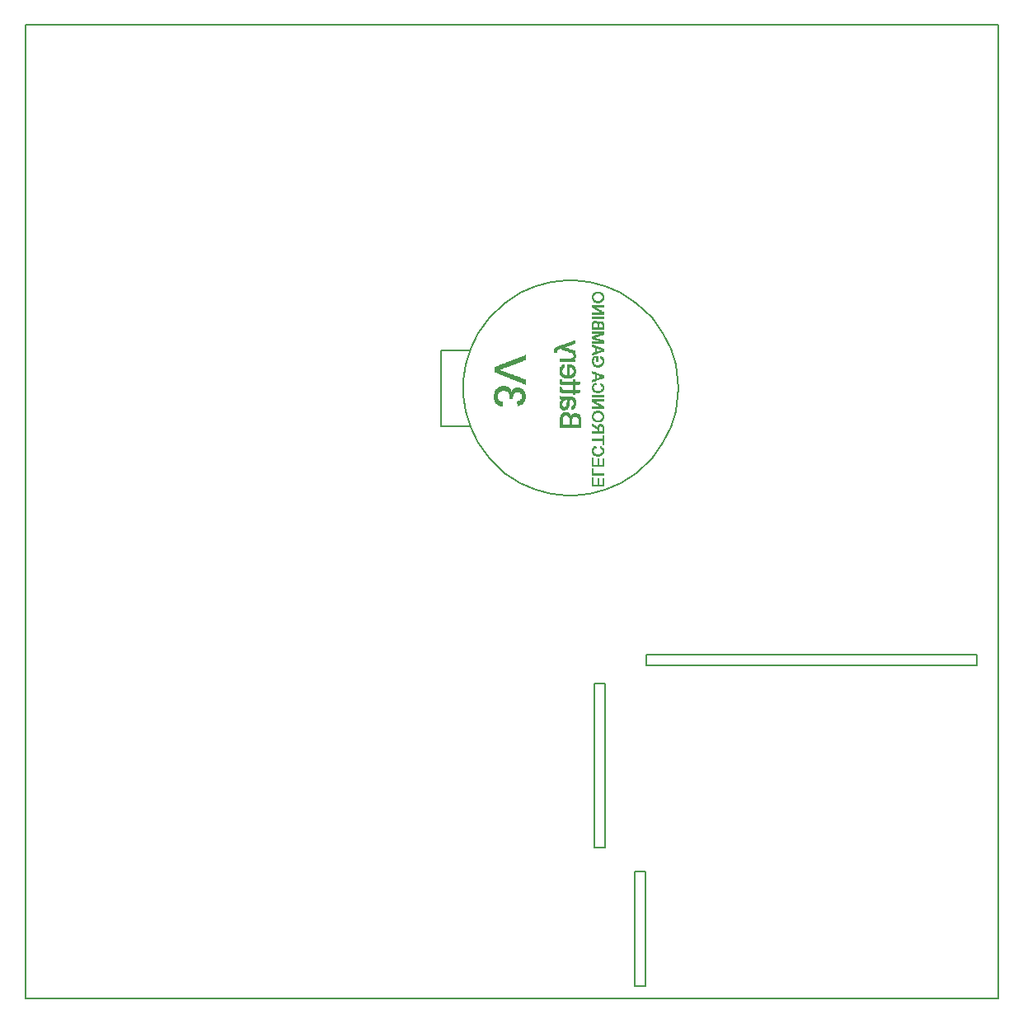
<source format=gbr>
G04 PROTEUS GERBER X2 FILE*
%TF.GenerationSoftware,Labcenter,Proteus,8.13-SP0-Build31525*%
%TF.CreationDate,2023-08-07T13:40:14+00:00*%
%TF.FileFunction,Legend,Bot*%
%TF.FilePolarity,Positive*%
%TF.Part,Single*%
%TF.SameCoordinates,{8d507f11-5f74-4f73-9321-756942b8957b}*%
%FSLAX45Y45*%
%MOMM*%
G01*
%TA.AperFunction,Profile*%
%ADD58C,0.203200*%
%TA.AperFunction,Material*%
%ADD61C,0.203200*%
%ADD60C,0.063500*%
%TD.AperFunction*%
D58*
X-4990000Y-4640000D02*
X+5000000Y-4640000D01*
X+5000000Y+5360000D01*
X-4990000Y+5360000D01*
X-4990000Y-4640000D01*
D61*
X+1715000Y+1630000D02*
X+1712070Y+1710420D01*
X+1688340Y+1871262D01*
X+1639241Y+2032104D01*
X+1560851Y+2192946D01*
X+1444959Y+2353788D01*
X+1288076Y+2502490D01*
X+1127234Y+2606470D01*
X+966392Y+2675949D01*
X+805550Y+2717559D01*
X+644708Y+2734455D01*
X+610000Y+2735000D01*
X-495000Y+1630000D02*
X-492070Y+1710420D01*
X-468340Y+1871262D01*
X-419241Y+2032104D01*
X-340851Y+2192946D01*
X-224959Y+2353788D01*
X-68076Y+2502490D01*
X+92766Y+2606470D01*
X+253608Y+2675949D01*
X+414450Y+2717559D01*
X+575292Y+2734455D01*
X+610000Y+2735000D01*
X-495000Y+1630000D02*
X-492070Y+1549580D01*
X-468340Y+1388738D01*
X-419241Y+1227896D01*
X-340851Y+1067054D01*
X-224959Y+906212D01*
X-68076Y+757510D01*
X+92766Y+653530D01*
X+253608Y+584051D01*
X+414450Y+542441D01*
X+575292Y+525545D01*
X+610000Y+525000D01*
X+1715000Y+1630000D02*
X+1712070Y+1549580D01*
X+1688340Y+1388738D01*
X+1639241Y+1227896D01*
X+1560851Y+1067054D01*
X+1444959Y+906212D01*
X+1288076Y+757510D01*
X+1127234Y+653530D01*
X+966392Y+584051D01*
X+805550Y+542441D01*
X+644708Y+525545D01*
X+610000Y+525000D01*
X-430000Y+1240000D02*
X-720000Y+1240000D01*
X-720000Y+2020000D01*
X-430000Y+2020000D01*
D60*
X+441538Y+2002172D02*
X+441538Y+2032652D01*
X+446618Y+2002172D02*
X+446618Y+2037732D01*
X+451698Y+2002172D02*
X+451698Y+2042812D01*
X+456778Y+1997092D02*
X+456778Y+2047892D01*
X+461858Y+1997092D02*
X+461858Y+2047892D01*
X+466938Y+2022492D02*
X+466938Y+2052972D01*
X+472018Y+2027572D02*
X+472018Y+2052972D01*
X+477098Y+2027572D02*
X+477098Y+2058052D01*
X+482178Y+2032652D02*
X+482178Y+2058052D01*
X+487258Y+2032652D02*
X+487258Y+2058052D01*
X+492338Y+2032652D02*
X+492338Y+2063132D01*
X+497418Y+1438292D02*
X+497418Y+1478932D01*
X+497418Y+1605932D02*
X+497418Y+1641492D01*
X+497418Y+1687212D02*
X+497418Y+1722772D01*
X+497418Y+1783732D02*
X+497418Y+1829452D01*
X+497418Y+2037732D02*
X+497418Y+2063132D01*
X+502498Y+1224932D02*
X+502498Y+1331612D01*
X+502498Y+1428132D02*
X+502498Y+1494172D01*
X+502498Y+1524652D02*
X+502498Y+1550052D01*
X+502498Y+1595772D02*
X+502498Y+1641492D01*
X+502498Y+1677052D02*
X+502498Y+1722772D01*
X+502498Y+1773572D02*
X+502498Y+1844692D01*
X+502498Y+1905652D02*
X+502498Y+1931052D01*
X+502498Y+2037732D02*
X+502498Y+2063132D01*
X+507578Y+1224932D02*
X+507578Y+1351932D01*
X+507578Y+1423052D02*
X+507578Y+1499252D01*
X+507578Y+1519572D02*
X+507578Y+1544972D01*
X+507578Y+1590692D02*
X+507578Y+1641492D01*
X+507578Y+1671972D02*
X+507578Y+1722772D01*
X+507578Y+1763412D02*
X+507578Y+1849772D01*
X+507578Y+1905652D02*
X+507578Y+1931052D01*
X+507578Y+2037732D02*
X+507578Y+2068212D01*
X+512658Y+1224932D02*
X+512658Y+1357012D01*
X+512658Y+1417972D02*
X+512658Y+1504332D01*
X+512658Y+1514492D02*
X+512658Y+1544972D01*
X+512658Y+1590692D02*
X+512658Y+1636412D01*
X+512658Y+1671972D02*
X+512658Y+1717692D01*
X+512658Y+1758332D02*
X+512658Y+1859932D01*
X+512658Y+1905652D02*
X+512658Y+1931052D01*
X+512658Y+2032652D02*
X+512658Y+2068212D01*
X+517738Y+1224932D02*
X+517738Y+1367172D01*
X+517738Y+1412892D02*
X+517738Y+1544972D01*
X+517738Y+1585612D02*
X+517738Y+1636412D01*
X+517738Y+1666892D02*
X+517738Y+1717692D01*
X+517738Y+1753252D02*
X+517738Y+1865012D01*
X+517738Y+1905652D02*
X+517738Y+1931052D01*
X+517738Y+2032652D02*
X+517738Y+2073292D01*
X+522818Y+1224932D02*
X+522818Y+1372252D01*
X+522818Y+1412892D02*
X+522818Y+1448452D01*
X+522818Y+1484012D02*
X+522818Y+1539892D01*
X+522818Y+1585612D02*
X+522818Y+1616092D01*
X+522818Y+1666892D02*
X+522818Y+1697372D01*
X+522818Y+1748172D02*
X+522818Y+1788812D01*
X+522818Y+1824372D02*
X+522818Y+1865012D01*
X+522818Y+1905652D02*
X+522818Y+1931052D01*
X+522818Y+2032652D02*
X+522818Y+2073292D01*
X+527898Y+1224932D02*
X+527898Y+1255412D01*
X+527898Y+1326532D02*
X+527898Y+1372252D01*
X+527898Y+1407812D02*
X+527898Y+1438292D01*
X+527898Y+1494172D02*
X+527898Y+1539892D01*
X+527898Y+1585612D02*
X+527898Y+1611012D01*
X+527898Y+1666892D02*
X+527898Y+1692292D01*
X+527898Y+1743092D02*
X+527898Y+1778652D01*
X+527898Y+1834532D02*
X+527898Y+1870092D01*
X+527898Y+1905652D02*
X+527898Y+1931052D01*
X+527898Y+2027572D02*
X+527898Y+2073292D01*
X+532978Y+1224932D02*
X+532978Y+1255412D01*
X+532978Y+1341772D02*
X+532978Y+1377332D01*
X+532978Y+1407812D02*
X+532978Y+1438292D01*
X+532978Y+1499252D02*
X+532978Y+1539892D01*
X+532978Y+1585612D02*
X+532978Y+1611012D01*
X+532978Y+1666892D02*
X+532978Y+1692292D01*
X+532978Y+1743092D02*
X+532978Y+1773572D01*
X+532978Y+1839612D02*
X+532978Y+1870092D01*
X+532978Y+1905652D02*
X+532978Y+1931052D01*
X+532978Y+2027572D02*
X+532978Y+2078372D01*
X+538058Y+1224932D02*
X+538058Y+1255412D01*
X+538058Y+1346852D02*
X+538058Y+1377332D01*
X+538058Y+1407812D02*
X+538058Y+1433212D01*
X+538058Y+1504332D02*
X+538058Y+1539892D01*
X+538058Y+1585612D02*
X+538058Y+1611012D01*
X+538058Y+1666892D02*
X+538058Y+1692292D01*
X+538058Y+1738012D02*
X+538058Y+1768492D01*
X+538058Y+1844692D02*
X+538058Y+1875172D01*
X+538058Y+1905652D02*
X+538058Y+1931052D01*
X+538058Y+2022492D02*
X+538058Y+2078372D01*
X+543138Y+1224932D02*
X+543138Y+1255412D01*
X+543138Y+1346852D02*
X+543138Y+1382412D01*
X+543138Y+1407812D02*
X+543138Y+1433212D01*
X+543138Y+1509412D02*
X+543138Y+1539892D01*
X+543138Y+1585612D02*
X+543138Y+1611012D01*
X+543138Y+1666892D02*
X+543138Y+1692292D01*
X+543138Y+1738012D02*
X+543138Y+1763412D01*
X+543138Y+1849772D02*
X+543138Y+1859932D01*
X+543138Y+1905652D02*
X+543138Y+1931052D01*
X+543138Y+2022492D02*
X+543138Y+2047892D01*
X+543138Y+2052972D02*
X+543138Y+2078372D01*
X+548218Y+1224932D02*
X+548218Y+1255412D01*
X+548218Y+1351932D02*
X+548218Y+1382412D01*
X+548218Y+1407812D02*
X+548218Y+1433212D01*
X+548218Y+1509412D02*
X+548218Y+1539892D01*
X+548218Y+1585612D02*
X+548218Y+1611012D01*
X+548218Y+1666892D02*
X+548218Y+1692292D01*
X+548218Y+1738012D02*
X+548218Y+1763412D01*
X+548218Y+1905652D02*
X+548218Y+1931052D01*
X+548218Y+2022492D02*
X+548218Y+2047892D01*
X+548218Y+2052972D02*
X+548218Y+2083452D01*
X+553298Y+1224932D02*
X+553298Y+1255412D01*
X+553298Y+1351932D02*
X+553298Y+1382412D01*
X+553298Y+1407812D02*
X+553298Y+1438292D01*
X+553298Y+1514492D02*
X+553298Y+1539892D01*
X+553298Y+1585612D02*
X+553298Y+1611012D01*
X+553298Y+1666892D02*
X+553298Y+1692292D01*
X+553298Y+1732932D02*
X+553298Y+1763412D01*
X+553298Y+1905652D02*
X+553298Y+1931052D01*
X+553298Y+2017412D02*
X+553298Y+2047892D01*
X+553298Y+2058052D02*
X+553298Y+2083452D01*
X+558378Y+1224932D02*
X+558378Y+1255412D01*
X+558378Y+1351932D02*
X+558378Y+1382412D01*
X+558378Y+1412892D02*
X+558378Y+1438292D01*
X+558378Y+1514492D02*
X+558378Y+1539892D01*
X+558378Y+1585612D02*
X+558378Y+1611012D01*
X+558378Y+1666892D02*
X+558378Y+1692292D01*
X+558378Y+1732932D02*
X+558378Y+1758332D01*
X+558378Y+1905652D02*
X+558378Y+1931052D01*
X+558378Y+2017412D02*
X+558378Y+2042812D01*
X+558378Y+2058052D02*
X+558378Y+2083452D01*
X+563458Y+1224932D02*
X+563458Y+1255412D01*
X+563458Y+1351932D02*
X+563458Y+1382412D01*
X+563458Y+1412892D02*
X+563458Y+1453532D01*
X+563458Y+1514492D02*
X+563458Y+1539892D01*
X+563458Y+1585612D02*
X+563458Y+1611012D01*
X+563458Y+1666892D02*
X+563458Y+1692292D01*
X+563458Y+1732932D02*
X+563458Y+1758332D01*
X+563458Y+1905652D02*
X+563458Y+1931052D01*
X+563458Y+2017412D02*
X+563458Y+2042812D01*
X+563458Y+2058052D02*
X+563458Y+2088532D01*
X+568538Y+1224932D02*
X+568538Y+1255412D01*
X+568538Y+1351932D02*
X+568538Y+1382412D01*
X+568538Y+1417972D02*
X+568538Y+1484012D01*
X+568538Y+1514492D02*
X+568538Y+1539892D01*
X+568538Y+1585612D02*
X+568538Y+1611012D01*
X+568538Y+1666892D02*
X+568538Y+1692292D01*
X+568538Y+1732932D02*
X+568538Y+1758332D01*
X+568538Y+1905652D02*
X+568538Y+1931052D01*
X+568538Y+2012332D02*
X+568538Y+2042812D01*
X+568538Y+2063132D02*
X+568538Y+2088532D01*
X+573618Y+1224932D02*
X+573618Y+1255412D01*
X+573618Y+1351932D02*
X+573618Y+1382412D01*
X+573618Y+1417972D02*
X+573618Y+1504332D01*
X+573618Y+1514492D02*
X+573618Y+1539892D01*
X+573618Y+1585612D02*
X+573618Y+1611012D01*
X+573618Y+1666892D02*
X+573618Y+1692292D01*
X+573618Y+1732932D02*
X+573618Y+1875172D01*
X+573618Y+1905652D02*
X+573618Y+1931052D01*
X+573618Y+2012332D02*
X+573618Y+2037732D01*
X+573618Y+2063132D02*
X+573618Y+2088532D01*
X+578698Y+1224932D02*
X+578698Y+1255412D01*
X+578698Y+1346852D02*
X+578698Y+1377332D01*
X+578698Y+1428132D02*
X+578698Y+1539892D01*
X+578698Y+1585612D02*
X+578698Y+1611012D01*
X+578698Y+1666892D02*
X+578698Y+1692292D01*
X+578698Y+1732932D02*
X+578698Y+1875172D01*
X+578698Y+1905652D02*
X+578698Y+1931052D01*
X+578698Y+2012332D02*
X+578698Y+2037732D01*
X+578698Y+2068212D02*
X+578698Y+2093612D01*
X+583778Y+1224932D02*
X+583778Y+1255412D01*
X+583778Y+1341772D02*
X+583778Y+1377332D01*
X+583778Y+1433212D02*
X+583778Y+1539892D01*
X+583778Y+1585612D02*
X+583778Y+1611012D01*
X+583778Y+1666892D02*
X+583778Y+1692292D01*
X+583778Y+1732932D02*
X+583778Y+1875172D01*
X+583778Y+1905652D02*
X+583778Y+1931052D01*
X+583778Y+2007252D02*
X+583778Y+2037732D01*
X+583778Y+2068212D02*
X+583778Y+2093612D01*
X+588858Y+1224932D02*
X+588858Y+1255412D01*
X+588858Y+1336692D02*
X+588858Y+1372252D01*
X+588858Y+1448452D02*
X+588858Y+1539892D01*
X+588858Y+1585612D02*
X+588858Y+1611012D01*
X+588858Y+1666892D02*
X+588858Y+1692292D01*
X+588858Y+1732932D02*
X+588858Y+1875172D01*
X+588858Y+1905652D02*
X+588858Y+1931052D01*
X+588858Y+2007252D02*
X+588858Y+2032652D01*
X+588858Y+2068212D02*
X+588858Y+2093612D01*
X+593938Y+1224932D02*
X+593938Y+1255412D01*
X+593938Y+1326532D02*
X+593938Y+1372252D01*
X+593938Y+1478932D02*
X+593938Y+1539892D01*
X+593938Y+1585612D02*
X+593938Y+1611012D01*
X+593938Y+1666892D02*
X+593938Y+1692292D01*
X+593938Y+1732932D02*
X+593938Y+1875172D01*
X+593938Y+1905652D02*
X+593938Y+1931052D01*
X+593938Y+2002172D02*
X+593938Y+2032652D01*
X+593938Y+2073292D02*
X+593938Y+2098692D01*
X+599018Y+1224932D02*
X+599018Y+1367172D01*
X+599018Y+1504332D02*
X+599018Y+1539892D01*
X+599018Y+1585612D02*
X+599018Y+1611012D01*
X+599018Y+1666892D02*
X+599018Y+1692292D01*
X+599018Y+1732932D02*
X+599018Y+1758332D01*
X+599018Y+1849772D02*
X+599018Y+1875172D01*
X+599018Y+1905652D02*
X+599018Y+1931052D01*
X+599018Y+2002172D02*
X+599018Y+2027572D01*
X+599018Y+2073292D02*
X+599018Y+2098692D01*
X+604098Y+1224932D02*
X+604098Y+1357012D01*
X+604098Y+1514492D02*
X+604098Y+1539892D01*
X+604098Y+1585612D02*
X+604098Y+1611012D01*
X+604098Y+1666892D02*
X+604098Y+1692292D01*
X+604098Y+1738012D02*
X+604098Y+1758332D01*
X+604098Y+1849772D02*
X+604098Y+1875172D01*
X+604098Y+1905652D02*
X+604098Y+1931052D01*
X+604098Y+2002172D02*
X+604098Y+2027572D01*
X+604098Y+2073292D02*
X+604098Y+2103772D01*
X+609178Y+1224932D02*
X+609178Y+1346852D01*
X+609178Y+1514492D02*
X+609178Y+1539892D01*
X+609178Y+1585612D02*
X+609178Y+1611012D01*
X+609178Y+1666892D02*
X+609178Y+1692292D01*
X+609178Y+1738012D02*
X+609178Y+1763412D01*
X+609178Y+1849772D02*
X+609178Y+1870092D01*
X+609178Y+1905652D02*
X+609178Y+1931052D01*
X+609178Y+1997092D02*
X+609178Y+2027572D01*
X+609178Y+2078372D02*
X+609178Y+2103772D01*
X+614258Y+1224932D02*
X+614258Y+1346852D01*
X+614258Y+1423052D02*
X+614258Y+1438292D01*
X+614258Y+1514492D02*
X+614258Y+1539892D01*
X+614258Y+1585612D02*
X+614258Y+1611012D01*
X+614258Y+1666892D02*
X+614258Y+1692292D01*
X+614258Y+1738012D02*
X+614258Y+1763412D01*
X+614258Y+1844692D02*
X+614258Y+1870092D01*
X+614258Y+1905652D02*
X+614258Y+1936132D01*
X+614258Y+1997092D02*
X+614258Y+2022492D01*
X+614258Y+2078372D02*
X+614258Y+2103772D01*
X+619338Y+1224932D02*
X+619338Y+1351932D01*
X+619338Y+1412892D02*
X+619338Y+1443372D01*
X+619338Y+1514492D02*
X+619338Y+1539892D01*
X+619338Y+1585612D02*
X+619338Y+1611012D01*
X+619338Y+1666892D02*
X+619338Y+1692292D01*
X+619338Y+1738012D02*
X+619338Y+1768492D01*
X+619338Y+1844692D02*
X+619338Y+1870092D01*
X+619338Y+1905652D02*
X+619338Y+1936132D01*
X+619338Y+1997092D02*
X+619338Y+2022492D01*
X+619338Y+2078372D02*
X+619338Y+2108852D01*
X+624418Y+1224932D02*
X+624418Y+1255412D01*
X+624418Y+1321452D02*
X+624418Y+1357012D01*
X+624418Y+1412892D02*
X+624418Y+1443372D01*
X+624418Y+1509412D02*
X+624418Y+1539892D01*
X+624418Y+1585612D02*
X+624418Y+1611012D01*
X+624418Y+1666892D02*
X+624418Y+1692292D01*
X+624418Y+1743092D02*
X+624418Y+1768492D01*
X+624418Y+1839612D02*
X+624418Y+1865012D01*
X+624418Y+1905652D02*
X+624418Y+1936132D01*
X+624418Y+1992012D02*
X+624418Y+2022492D01*
X+624418Y+2083452D02*
X+624418Y+2108852D01*
X+629498Y+1224932D02*
X+629498Y+1255412D01*
X+629498Y+1331612D02*
X+629498Y+1362092D01*
X+629498Y+1417972D02*
X+629498Y+1448452D01*
X+629498Y+1504332D02*
X+629498Y+1539892D01*
X+629498Y+1585612D02*
X+629498Y+1611012D01*
X+629498Y+1666892D02*
X+629498Y+1692292D01*
X+629498Y+1743092D02*
X+629498Y+1778652D01*
X+629498Y+1829452D02*
X+629498Y+1865012D01*
X+629498Y+1905652D02*
X+629498Y+1941212D01*
X+629498Y+1992012D02*
X+629498Y+2017412D01*
X+629498Y+2083452D02*
X+629498Y+2108852D01*
X+634578Y+1224932D02*
X+634578Y+1255412D01*
X+634578Y+1336692D02*
X+634578Y+1367172D01*
X+634578Y+1417972D02*
X+634578Y+1458612D01*
X+634578Y+1494172D02*
X+634578Y+1534812D01*
X+634578Y+1565292D02*
X+634578Y+1636412D01*
X+634578Y+1646572D02*
X+634578Y+1717692D01*
X+634578Y+1748172D02*
X+634578Y+1788812D01*
X+634578Y+1819292D02*
X+634578Y+1859932D01*
X+634578Y+1905652D02*
X+634578Y+1951372D01*
X+634578Y+1971692D02*
X+634578Y+1981852D01*
X+634578Y+1992012D02*
X+634578Y+2017412D01*
X+634578Y+2083452D02*
X+634578Y+2113932D01*
X+639658Y+1224932D02*
X+639658Y+1255412D01*
X+639658Y+1336692D02*
X+639658Y+1367172D01*
X+639658Y+1423052D02*
X+639658Y+1534812D01*
X+639658Y+1565292D02*
X+639658Y+1636412D01*
X+639658Y+1646572D02*
X+639658Y+1717692D01*
X+639658Y+1753252D02*
X+639658Y+1854852D01*
X+639658Y+1905652D02*
X+639658Y+1981852D01*
X+639658Y+1986932D02*
X+639658Y+2017412D01*
X+639658Y+2088532D02*
X+639658Y+2113932D01*
X+644738Y+1224932D02*
X+644738Y+1255412D01*
X+644738Y+1341772D02*
X+644738Y+1372252D01*
X+644738Y+1428132D02*
X+644738Y+1529732D01*
X+644738Y+1565292D02*
X+644738Y+1636412D01*
X+644738Y+1646572D02*
X+644738Y+1717692D01*
X+644738Y+1758332D02*
X+644738Y+1849772D01*
X+644738Y+1905652D02*
X+644738Y+1925972D01*
X+644738Y+1931052D02*
X+644738Y+1981852D01*
X+644738Y+1986932D02*
X+644738Y+2012332D01*
X+644738Y+2088532D02*
X+644738Y+2113932D01*
X+649818Y+1224932D02*
X+649818Y+1255412D01*
X+649818Y+1341772D02*
X+649818Y+1372252D01*
X+649818Y+1433212D02*
X+649818Y+1524652D01*
X+649818Y+1565292D02*
X+649818Y+1636412D01*
X+649818Y+1646572D02*
X+649818Y+1717692D01*
X+649818Y+1763412D02*
X+649818Y+1844692D01*
X+649818Y+1905652D02*
X+649818Y+1925972D01*
X+649818Y+1936132D02*
X+649818Y+2012332D01*
X+649818Y+2088532D02*
X+649818Y+2119012D01*
X+654898Y+1224932D02*
X+654898Y+1255412D01*
X+654898Y+1341772D02*
X+654898Y+1372252D01*
X+654898Y+1443372D02*
X+654898Y+1519572D01*
X+654898Y+1565292D02*
X+654898Y+1636412D01*
X+654898Y+1646572D02*
X+654898Y+1717692D01*
X+654898Y+1773572D02*
X+654898Y+1839612D01*
X+654898Y+1905652D02*
X+654898Y+1925972D01*
X+654898Y+1941212D02*
X+654898Y+2007252D01*
X+654898Y+2093612D02*
X+654898Y+2119012D01*
X+659978Y+1224932D02*
X+659978Y+1255412D01*
X+659978Y+1341772D02*
X+659978Y+1372252D01*
X+659978Y+1458612D02*
X+659978Y+1504332D01*
X+659978Y+1585612D02*
X+659978Y+1611012D01*
X+659978Y+1666892D02*
X+659978Y+1692292D01*
X+659978Y+1783732D02*
X+659978Y+1824372D01*
X+659978Y+1946292D02*
X+659978Y+1971692D01*
X+665058Y+1224932D02*
X+665058Y+1255412D01*
X+665058Y+1341772D02*
X+665058Y+1372252D01*
X+665058Y+1585612D02*
X+665058Y+1611012D01*
X+665058Y+1666892D02*
X+665058Y+1692292D01*
X+670138Y+1224932D02*
X+670138Y+1255412D01*
X+670138Y+1336692D02*
X+670138Y+1372252D01*
X+670138Y+1585612D02*
X+670138Y+1611012D01*
X+670138Y+1666892D02*
X+670138Y+1692292D01*
X+675218Y+1224932D02*
X+675218Y+1255412D01*
X+675218Y+1336692D02*
X+675218Y+1367172D01*
X+675218Y+1585612D02*
X+675218Y+1611012D01*
X+675218Y+1666892D02*
X+675218Y+1692292D01*
X+680298Y+1224932D02*
X+680298Y+1255412D01*
X+680298Y+1331612D02*
X+680298Y+1367172D01*
X+680298Y+1585612D02*
X+680298Y+1611012D01*
X+680298Y+1666892D02*
X+680298Y+1692292D01*
X+685378Y+1224932D02*
X+685378Y+1255412D01*
X+685378Y+1321452D02*
X+685378Y+1367172D01*
X+685378Y+1585612D02*
X+685378Y+1611012D01*
X+685378Y+1666892D02*
X+685378Y+1692292D01*
X+690458Y+1224932D02*
X+690458Y+1362092D01*
X+690458Y+1585612D02*
X+690458Y+1611012D01*
X+690458Y+1666892D02*
X+690458Y+1692292D01*
X+695538Y+1224932D02*
X+695538Y+1357012D01*
X+695538Y+1585612D02*
X+695538Y+1611012D01*
X+695538Y+1666892D02*
X+695538Y+1692292D01*
X+700618Y+1224932D02*
X+700618Y+1351932D01*
X+700618Y+1595772D02*
X+700618Y+1611012D01*
X+700618Y+1677052D02*
X+700618Y+1692292D01*
X+705698Y+1224932D02*
X+705698Y+1341772D01*
X+705698Y+1600852D02*
X+705698Y+1611012D01*
X+705698Y+1682132D02*
X+705698Y+1692292D01*
X+710778Y+1224932D02*
X+710778Y+1331612D01*
X+828068Y+624772D02*
X+828068Y+711132D01*
X+828068Y+736532D02*
X+828068Y+807652D01*
X+828068Y+827972D02*
X+828068Y+914332D01*
X+828068Y+970212D02*
X+828068Y+1005772D01*
X+828068Y+1092132D02*
X+828068Y+1107372D01*
X+828068Y+1168332D02*
X+828068Y+1183572D01*
X+828068Y+1244532D02*
X+828068Y+1264852D01*
X+828068Y+1325812D02*
X+828068Y+1356292D01*
X+828068Y+1422332D02*
X+828068Y+1437572D01*
X+828068Y+1493452D02*
X+828068Y+1513772D01*
X+828068Y+1544252D02*
X+828068Y+1559492D01*
X+828068Y+1620452D02*
X+828068Y+1656012D01*
X+828068Y+1696652D02*
X+828068Y+1711892D01*
X+828068Y+1788092D02*
X+828068Y+1803332D01*
X+828068Y+1889692D02*
X+828068Y+1930332D01*
X+828068Y+1970972D02*
X+828068Y+1986212D01*
X+828068Y+2062412D02*
X+828068Y+2077652D01*
X+828068Y+2092892D02*
X+828068Y+2108132D01*
X+828068Y+2143692D02*
X+828068Y+2158932D01*
X+828068Y+2194492D02*
X+828068Y+2209732D01*
X+828068Y+2235132D02*
X+828068Y+2301172D01*
X+828068Y+2346892D02*
X+828068Y+2362132D01*
X+828068Y+2392612D02*
X+828068Y+2407852D01*
X+828068Y+2463732D02*
X+828068Y+2484052D01*
X+828068Y+2550092D02*
X+828068Y+2580572D01*
X+833148Y+624772D02*
X+833148Y+711132D01*
X+833148Y+736532D02*
X+833148Y+807652D01*
X+833148Y+827972D02*
X+833148Y+914332D01*
X+833148Y+960052D02*
X+833148Y+1015932D01*
X+833148Y+1092132D02*
X+833148Y+1107372D01*
X+833148Y+1168332D02*
X+833148Y+1183572D01*
X+833148Y+1244532D02*
X+833148Y+1259772D01*
X+833148Y+1310572D02*
X+833148Y+1371532D01*
X+833148Y+1422332D02*
X+833148Y+1437572D01*
X+833148Y+1493452D02*
X+833148Y+1513772D01*
X+833148Y+1544252D02*
X+833148Y+1559492D01*
X+833148Y+1610292D02*
X+833148Y+1666172D01*
X+833148Y+1701732D02*
X+833148Y+1716972D01*
X+833148Y+1783012D02*
X+833148Y+1798252D01*
X+833148Y+1879532D02*
X+833148Y+1945572D01*
X+833148Y+1976052D02*
X+833148Y+1991292D01*
X+833148Y+2057332D02*
X+833148Y+2072572D01*
X+833148Y+2092892D02*
X+833148Y+2108132D01*
X+833148Y+2138612D02*
X+833148Y+2164012D01*
X+833148Y+2194492D02*
X+833148Y+2209732D01*
X+833148Y+2235132D02*
X+833148Y+2311332D01*
X+833148Y+2346892D02*
X+833148Y+2362132D01*
X+833148Y+2392612D02*
X+833148Y+2407852D01*
X+833148Y+2463732D02*
X+833148Y+2484052D01*
X+833148Y+2534852D02*
X+833148Y+2595812D01*
X+838228Y+624772D02*
X+838228Y+711132D01*
X+838228Y+736532D02*
X+838228Y+807652D01*
X+838228Y+827972D02*
X+838228Y+914332D01*
X+838228Y+949892D02*
X+838228Y+1021012D01*
X+838228Y+1092132D02*
X+838228Y+1107372D01*
X+838228Y+1168332D02*
X+838228Y+1183572D01*
X+838228Y+1239452D02*
X+838228Y+1259772D01*
X+838228Y+1305492D02*
X+838228Y+1376612D01*
X+838228Y+1422332D02*
X+838228Y+1437572D01*
X+838228Y+1488372D02*
X+838228Y+1513772D01*
X+838228Y+1544252D02*
X+838228Y+1559492D01*
X+838228Y+1600132D02*
X+838228Y+1671252D01*
X+838228Y+1701732D02*
X+838228Y+1716972D01*
X+838228Y+1783012D02*
X+838228Y+1798252D01*
X+838228Y+1869372D02*
X+838228Y+1950652D01*
X+838228Y+1976052D02*
X+838228Y+1991292D01*
X+838228Y+2057332D02*
X+838228Y+2072572D01*
X+838228Y+2092892D02*
X+838228Y+2108132D01*
X+838228Y+2138612D02*
X+838228Y+2164012D01*
X+838228Y+2194492D02*
X+838228Y+2209732D01*
X+838228Y+2235132D02*
X+838228Y+2316412D01*
X+838228Y+2346892D02*
X+838228Y+2362132D01*
X+838228Y+2392612D02*
X+838228Y+2407852D01*
X+838228Y+2458652D02*
X+838228Y+2484052D01*
X+838228Y+2529772D02*
X+838228Y+2600892D01*
X+843308Y+624772D02*
X+843308Y+640012D01*
X+843308Y+736532D02*
X+843308Y+751772D01*
X+843308Y+827972D02*
X+843308Y+843212D01*
X+843308Y+949892D02*
X+843308Y+975292D01*
X+843308Y+1000692D02*
X+843308Y+1026092D01*
X+843308Y+1092132D02*
X+843308Y+1107372D01*
X+843308Y+1168332D02*
X+843308Y+1183572D01*
X+843308Y+1239452D02*
X+843308Y+1254692D01*
X+843308Y+1300412D02*
X+843308Y+1325812D01*
X+843308Y+1356292D02*
X+843308Y+1381692D01*
X+843308Y+1422332D02*
X+843308Y+1437572D01*
X+843308Y+1488372D02*
X+843308Y+1513772D01*
X+843308Y+1544252D02*
X+843308Y+1559492D01*
X+843308Y+1600132D02*
X+843308Y+1625532D01*
X+843308Y+1650932D02*
X+843308Y+1676332D01*
X+843308Y+1701732D02*
X+843308Y+1716972D01*
X+843308Y+1783012D02*
X+843308Y+1798252D01*
X+843308Y+1864292D02*
X+843308Y+1894772D01*
X+843308Y+1925252D02*
X+843308Y+1960812D01*
X+843308Y+1976052D02*
X+843308Y+1991292D01*
X+843308Y+2057332D02*
X+843308Y+2072572D01*
X+843308Y+2092892D02*
X+843308Y+2108132D01*
X+843308Y+2138612D02*
X+843308Y+2164012D01*
X+843308Y+2194492D02*
X+843308Y+2209732D01*
X+843308Y+2235132D02*
X+843308Y+2250372D01*
X+843308Y+2296092D02*
X+843308Y+2316412D01*
X+843308Y+2346892D02*
X+843308Y+2362132D01*
X+843308Y+2392612D02*
X+843308Y+2407852D01*
X+843308Y+2458652D02*
X+843308Y+2484052D01*
X+843308Y+2524692D02*
X+843308Y+2550092D01*
X+843308Y+2580572D02*
X+843308Y+2605972D01*
X+848388Y+624772D02*
X+848388Y+640012D01*
X+848388Y+736532D02*
X+848388Y+751772D01*
X+848388Y+827972D02*
X+848388Y+843212D01*
X+848388Y+944812D02*
X+848388Y+965132D01*
X+848388Y+1010852D02*
X+848388Y+1031172D01*
X+848388Y+1092132D02*
X+848388Y+1107372D01*
X+848388Y+1168332D02*
X+848388Y+1183572D01*
X+848388Y+1234372D02*
X+848388Y+1254692D01*
X+848388Y+1295332D02*
X+848388Y+1315652D01*
X+848388Y+1366452D02*
X+848388Y+1386772D01*
X+848388Y+1422332D02*
X+848388Y+1437572D01*
X+848388Y+1483292D02*
X+848388Y+1513772D01*
X+848388Y+1544252D02*
X+848388Y+1559492D01*
X+848388Y+1595052D02*
X+848388Y+1615372D01*
X+848388Y+1661092D02*
X+848388Y+1681412D01*
X+848388Y+1706812D02*
X+848388Y+1722052D01*
X+848388Y+1777932D02*
X+848388Y+1793172D01*
X+848388Y+1859212D02*
X+848388Y+1879532D01*
X+848388Y+1940492D02*
X+848388Y+1960812D01*
X+848388Y+1981132D02*
X+848388Y+1996372D01*
X+848388Y+2052252D02*
X+848388Y+2067492D01*
X+848388Y+2092892D02*
X+848388Y+2108132D01*
X+848388Y+2133532D02*
X+848388Y+2148772D01*
X+848388Y+2153852D02*
X+848388Y+2169092D01*
X+848388Y+2194492D02*
X+848388Y+2209732D01*
X+848388Y+2235132D02*
X+848388Y+2250372D01*
X+848388Y+2301172D02*
X+848388Y+2321492D01*
X+848388Y+2346892D02*
X+848388Y+2362132D01*
X+848388Y+2392612D02*
X+848388Y+2407852D01*
X+848388Y+2453572D02*
X+848388Y+2484052D01*
X+848388Y+2519612D02*
X+848388Y+2539932D01*
X+848388Y+2590732D02*
X+848388Y+2611052D01*
X+853468Y+624772D02*
X+853468Y+640012D01*
X+853468Y+736532D02*
X+853468Y+751772D01*
X+853468Y+827972D02*
X+853468Y+843212D01*
X+853468Y+939732D02*
X+853468Y+960052D01*
X+853468Y+1015932D02*
X+853468Y+1031172D01*
X+853468Y+1092132D02*
X+853468Y+1107372D01*
X+853468Y+1168332D02*
X+853468Y+1183572D01*
X+853468Y+1229292D02*
X+853468Y+1249612D01*
X+853468Y+1295332D02*
X+853468Y+1310572D01*
X+853468Y+1371532D02*
X+853468Y+1386772D01*
X+853468Y+1422332D02*
X+853468Y+1437572D01*
X+853468Y+1478212D02*
X+853468Y+1493452D01*
X+853468Y+1498532D02*
X+853468Y+1513772D01*
X+853468Y+1544252D02*
X+853468Y+1559492D01*
X+853468Y+1589972D02*
X+853468Y+1610292D01*
X+853468Y+1666172D02*
X+853468Y+1681412D01*
X+853468Y+1706812D02*
X+853468Y+1722052D01*
X+853468Y+1777932D02*
X+853468Y+1793172D01*
X+853468Y+1859212D02*
X+853468Y+1874452D01*
X+853468Y+1945572D02*
X+853468Y+1960812D01*
X+853468Y+1981132D02*
X+853468Y+1996372D01*
X+853468Y+2052252D02*
X+853468Y+2067492D01*
X+853468Y+2092892D02*
X+853468Y+2108132D01*
X+853468Y+2133532D02*
X+853468Y+2148772D01*
X+853468Y+2153852D02*
X+853468Y+2169092D01*
X+853468Y+2194492D02*
X+853468Y+2209732D01*
X+853468Y+2235132D02*
X+853468Y+2250372D01*
X+853468Y+2306252D02*
X+853468Y+2321492D01*
X+853468Y+2346892D02*
X+853468Y+2362132D01*
X+853468Y+2392612D02*
X+853468Y+2407852D01*
X+853468Y+2448492D02*
X+853468Y+2463732D01*
X+853468Y+2468812D02*
X+853468Y+2484052D01*
X+853468Y+2519612D02*
X+853468Y+2534852D01*
X+853468Y+2595812D02*
X+853468Y+2611052D01*
X+858548Y+624772D02*
X+858548Y+640012D01*
X+858548Y+736532D02*
X+858548Y+751772D01*
X+858548Y+827972D02*
X+858548Y+843212D01*
X+858548Y+939732D02*
X+858548Y+954972D01*
X+858548Y+1015932D02*
X+858548Y+1036252D01*
X+858548Y+1092132D02*
X+858548Y+1107372D01*
X+858548Y+1168332D02*
X+858548Y+1183572D01*
X+858548Y+1229292D02*
X+858548Y+1244532D01*
X+858548Y+1290252D02*
X+858548Y+1305492D01*
X+858548Y+1376612D02*
X+858548Y+1391852D01*
X+858548Y+1422332D02*
X+858548Y+1437572D01*
X+858548Y+1478212D02*
X+858548Y+1493452D01*
X+858548Y+1498532D02*
X+858548Y+1513772D01*
X+858548Y+1544252D02*
X+858548Y+1559492D01*
X+858548Y+1589972D02*
X+858548Y+1605212D01*
X+858548Y+1666172D02*
X+858548Y+1686492D01*
X+858548Y+1706812D02*
X+858548Y+1722052D01*
X+858548Y+1777932D02*
X+858548Y+1793172D01*
X+858548Y+1854132D02*
X+858548Y+1869372D01*
X+858548Y+1945572D02*
X+858548Y+1960812D01*
X+858548Y+1981132D02*
X+858548Y+1996372D01*
X+858548Y+2052252D02*
X+858548Y+2067492D01*
X+858548Y+2092892D02*
X+858548Y+2108132D01*
X+858548Y+2133532D02*
X+858548Y+2148772D01*
X+858548Y+2153852D02*
X+858548Y+2169092D01*
X+858548Y+2194492D02*
X+858548Y+2209732D01*
X+858548Y+2235132D02*
X+858548Y+2250372D01*
X+858548Y+2306252D02*
X+858548Y+2321492D01*
X+858548Y+2346892D02*
X+858548Y+2362132D01*
X+858548Y+2392612D02*
X+858548Y+2407852D01*
X+858548Y+2448492D02*
X+858548Y+2463732D01*
X+858548Y+2468812D02*
X+858548Y+2484052D01*
X+858548Y+2514532D02*
X+858548Y+2529772D01*
X+858548Y+2600892D02*
X+858548Y+2616132D01*
X+863628Y+624772D02*
X+863628Y+640012D01*
X+863628Y+736532D02*
X+863628Y+751772D01*
X+863628Y+827972D02*
X+863628Y+843212D01*
X+863628Y+939732D02*
X+863628Y+954972D01*
X+863628Y+1021012D02*
X+863628Y+1036252D01*
X+863628Y+1092132D02*
X+863628Y+1107372D01*
X+863628Y+1168332D02*
X+863628Y+1183572D01*
X+863628Y+1224212D02*
X+863628Y+1244532D01*
X+863628Y+1290252D02*
X+863628Y+1305492D01*
X+863628Y+1376612D02*
X+863628Y+1391852D01*
X+863628Y+1422332D02*
X+863628Y+1437572D01*
X+863628Y+1473132D02*
X+863628Y+1488372D01*
X+863628Y+1498532D02*
X+863628Y+1513772D01*
X+863628Y+1544252D02*
X+863628Y+1559492D01*
X+863628Y+1589972D02*
X+863628Y+1605212D01*
X+863628Y+1671252D02*
X+863628Y+1686492D01*
X+863628Y+1711892D02*
X+863628Y+1788092D01*
X+863628Y+1854132D02*
X+863628Y+1869372D01*
X+863628Y+1945572D02*
X+863628Y+1960812D01*
X+863628Y+1986212D02*
X+863628Y+2062412D01*
X+863628Y+2092892D02*
X+863628Y+2108132D01*
X+863628Y+2128452D02*
X+863628Y+2143692D01*
X+863628Y+2158932D02*
X+863628Y+2174172D01*
X+863628Y+2194492D02*
X+863628Y+2209732D01*
X+863628Y+2235132D02*
X+863628Y+2250372D01*
X+863628Y+2306252D02*
X+863628Y+2321492D01*
X+863628Y+2346892D02*
X+863628Y+2362132D01*
X+863628Y+2392612D02*
X+863628Y+2407852D01*
X+863628Y+2443412D02*
X+863628Y+2458652D01*
X+863628Y+2468812D02*
X+863628Y+2484052D01*
X+863628Y+2514532D02*
X+863628Y+2529772D01*
X+863628Y+2600892D02*
X+863628Y+2616132D01*
X+868708Y+624772D02*
X+868708Y+640012D01*
X+868708Y+736532D02*
X+868708Y+751772D01*
X+868708Y+827972D02*
X+868708Y+843212D01*
X+868708Y+934652D02*
X+868708Y+949892D01*
X+868708Y+1021012D02*
X+868708Y+1026092D01*
X+868708Y+1092132D02*
X+868708Y+1107372D01*
X+868708Y+1168332D02*
X+868708Y+1183572D01*
X+868708Y+1219132D02*
X+868708Y+1239452D01*
X+868708Y+1285172D02*
X+868708Y+1300412D01*
X+868708Y+1381692D02*
X+868708Y+1396932D01*
X+868708Y+1422332D02*
X+868708Y+1437572D01*
X+868708Y+1473132D02*
X+868708Y+1488372D01*
X+868708Y+1498532D02*
X+868708Y+1513772D01*
X+868708Y+1544252D02*
X+868708Y+1559492D01*
X+868708Y+1584892D02*
X+868708Y+1600132D01*
X+868708Y+1671252D02*
X+868708Y+1676332D01*
X+868708Y+1711892D02*
X+868708Y+1788092D01*
X+868708Y+1849052D02*
X+868708Y+1864292D01*
X+868708Y+1945572D02*
X+868708Y+1960812D01*
X+868708Y+1986212D02*
X+868708Y+2062412D01*
X+868708Y+2092892D02*
X+868708Y+2108132D01*
X+868708Y+2128452D02*
X+868708Y+2143692D01*
X+868708Y+2158932D02*
X+868708Y+2174172D01*
X+868708Y+2194492D02*
X+868708Y+2209732D01*
X+868708Y+2235132D02*
X+868708Y+2250372D01*
X+868708Y+2306252D02*
X+868708Y+2321492D01*
X+868708Y+2346892D02*
X+868708Y+2362132D01*
X+868708Y+2392612D02*
X+868708Y+2407852D01*
X+868708Y+2443412D02*
X+868708Y+2458652D01*
X+868708Y+2468812D02*
X+868708Y+2484052D01*
X+868708Y+2509452D02*
X+868708Y+2524692D01*
X+868708Y+2605972D02*
X+868708Y+2621212D01*
X+873788Y+624772D02*
X+873788Y+640012D01*
X+873788Y+736532D02*
X+873788Y+751772D01*
X+873788Y+827972D02*
X+873788Y+843212D01*
X+873788Y+934652D02*
X+873788Y+949892D01*
X+873788Y+1092132D02*
X+873788Y+1107372D01*
X+873788Y+1168332D02*
X+873788Y+1183572D01*
X+873788Y+1219132D02*
X+873788Y+1234372D01*
X+873788Y+1285172D02*
X+873788Y+1300412D01*
X+873788Y+1381692D02*
X+873788Y+1396932D01*
X+873788Y+1422332D02*
X+873788Y+1437572D01*
X+873788Y+1468052D02*
X+873788Y+1483292D01*
X+873788Y+1498532D02*
X+873788Y+1513772D01*
X+873788Y+1544252D02*
X+873788Y+1559492D01*
X+873788Y+1584892D02*
X+873788Y+1600132D01*
X+873788Y+1711892D02*
X+873788Y+1788092D01*
X+873788Y+1849052D02*
X+873788Y+1864292D01*
X+873788Y+1910012D02*
X+873788Y+1960812D01*
X+873788Y+1986212D02*
X+873788Y+2062412D01*
X+873788Y+2092892D02*
X+873788Y+2108132D01*
X+873788Y+2128452D02*
X+873788Y+2143692D01*
X+873788Y+2158932D02*
X+873788Y+2174172D01*
X+873788Y+2194492D02*
X+873788Y+2209732D01*
X+873788Y+2235132D02*
X+873788Y+2250372D01*
X+873788Y+2301172D02*
X+873788Y+2321492D01*
X+873788Y+2346892D02*
X+873788Y+2362132D01*
X+873788Y+2392612D02*
X+873788Y+2407852D01*
X+873788Y+2438332D02*
X+873788Y+2453572D01*
X+873788Y+2468812D02*
X+873788Y+2484052D01*
X+873788Y+2509452D02*
X+873788Y+2524692D01*
X+873788Y+2605972D02*
X+873788Y+2621212D01*
X+878868Y+624772D02*
X+878868Y+640012D01*
X+878868Y+736532D02*
X+878868Y+751772D01*
X+878868Y+827972D02*
X+878868Y+843212D01*
X+878868Y+934652D02*
X+878868Y+949892D01*
X+878868Y+1092132D02*
X+878868Y+1107372D01*
X+878868Y+1168332D02*
X+878868Y+1183572D01*
X+878868Y+1214052D02*
X+878868Y+1229292D01*
X+878868Y+1285172D02*
X+878868Y+1300412D01*
X+878868Y+1381692D02*
X+878868Y+1396932D01*
X+878868Y+1422332D02*
X+878868Y+1437572D01*
X+878868Y+1462972D02*
X+878868Y+1478212D01*
X+878868Y+1498532D02*
X+878868Y+1513772D01*
X+878868Y+1544252D02*
X+878868Y+1559492D01*
X+878868Y+1584892D02*
X+878868Y+1600132D01*
X+878868Y+1716972D02*
X+878868Y+1732212D01*
X+878868Y+1767772D02*
X+878868Y+1783012D01*
X+878868Y+1849052D02*
X+878868Y+1864292D01*
X+878868Y+1910012D02*
X+878868Y+1960812D01*
X+878868Y+1991292D02*
X+878868Y+2006532D01*
X+878868Y+2042092D02*
X+878868Y+2057332D01*
X+878868Y+2092892D02*
X+878868Y+2108132D01*
X+878868Y+2123372D02*
X+878868Y+2138612D01*
X+878868Y+2164012D02*
X+878868Y+2179252D01*
X+878868Y+2194492D02*
X+878868Y+2209732D01*
X+878868Y+2235132D02*
X+878868Y+2250372D01*
X+878868Y+2296092D02*
X+878868Y+2316412D01*
X+878868Y+2346892D02*
X+878868Y+2362132D01*
X+878868Y+2392612D02*
X+878868Y+2407852D01*
X+878868Y+2433252D02*
X+878868Y+2448492D01*
X+878868Y+2468812D02*
X+878868Y+2484052D01*
X+878868Y+2509452D02*
X+878868Y+2524692D01*
X+878868Y+2605972D02*
X+878868Y+2621212D01*
X+883948Y+624772D02*
X+883948Y+700972D01*
X+883948Y+736532D02*
X+883948Y+751772D01*
X+883948Y+827972D02*
X+883948Y+904172D01*
X+883948Y+934652D02*
X+883948Y+949892D01*
X+883948Y+1092132D02*
X+883948Y+1107372D01*
X+883948Y+1168332D02*
X+883948Y+1239452D01*
X+883948Y+1285172D02*
X+883948Y+1300412D01*
X+883948Y+1381692D02*
X+883948Y+1396932D01*
X+883948Y+1422332D02*
X+883948Y+1437572D01*
X+883948Y+1462972D02*
X+883948Y+1478212D01*
X+883948Y+1498532D02*
X+883948Y+1513772D01*
X+883948Y+1544252D02*
X+883948Y+1559492D01*
X+883948Y+1584892D02*
X+883948Y+1600132D01*
X+883948Y+1716972D02*
X+883948Y+1732212D01*
X+883948Y+1767772D02*
X+883948Y+1783012D01*
X+883948Y+1849052D02*
X+883948Y+1864292D01*
X+883948Y+1910012D02*
X+883948Y+1960812D01*
X+883948Y+1991292D02*
X+883948Y+2006532D01*
X+883948Y+2042092D02*
X+883948Y+2057332D01*
X+883948Y+2092892D02*
X+883948Y+2108132D01*
X+883948Y+2123372D02*
X+883948Y+2138612D01*
X+883948Y+2164012D02*
X+883948Y+2179252D01*
X+883948Y+2194492D02*
X+883948Y+2209732D01*
X+883948Y+2235132D02*
X+883948Y+2311332D01*
X+883948Y+2346892D02*
X+883948Y+2362132D01*
X+883948Y+2392612D02*
X+883948Y+2407852D01*
X+883948Y+2433252D02*
X+883948Y+2448492D01*
X+883948Y+2468812D02*
X+883948Y+2484052D01*
X+883948Y+2509452D02*
X+883948Y+2524692D01*
X+883948Y+2605972D02*
X+883948Y+2621212D01*
X+889028Y+624772D02*
X+889028Y+700972D01*
X+889028Y+736532D02*
X+889028Y+751772D01*
X+889028Y+827972D02*
X+889028Y+904172D01*
X+889028Y+934652D02*
X+889028Y+949892D01*
X+889028Y+1092132D02*
X+889028Y+1107372D01*
X+889028Y+1168332D02*
X+889028Y+1249612D01*
X+889028Y+1285172D02*
X+889028Y+1300412D01*
X+889028Y+1381692D02*
X+889028Y+1396932D01*
X+889028Y+1422332D02*
X+889028Y+1437572D01*
X+889028Y+1457892D02*
X+889028Y+1473132D01*
X+889028Y+1498532D02*
X+889028Y+1513772D01*
X+889028Y+1544252D02*
X+889028Y+1559492D01*
X+889028Y+1584892D02*
X+889028Y+1600132D01*
X+889028Y+1716972D02*
X+889028Y+1732212D01*
X+889028Y+1767772D02*
X+889028Y+1783012D01*
X+889028Y+1849052D02*
X+889028Y+1864292D01*
X+889028Y+1991292D02*
X+889028Y+2006532D01*
X+889028Y+2042092D02*
X+889028Y+2057332D01*
X+889028Y+2092892D02*
X+889028Y+2108132D01*
X+889028Y+2123372D02*
X+889028Y+2138612D01*
X+889028Y+2164012D02*
X+889028Y+2179252D01*
X+889028Y+2194492D02*
X+889028Y+2209732D01*
X+889028Y+2235132D02*
X+889028Y+2306252D01*
X+889028Y+2346892D02*
X+889028Y+2362132D01*
X+889028Y+2392612D02*
X+889028Y+2407852D01*
X+889028Y+2428172D02*
X+889028Y+2443412D01*
X+889028Y+2468812D02*
X+889028Y+2484052D01*
X+889028Y+2509452D02*
X+889028Y+2524692D01*
X+889028Y+2605972D02*
X+889028Y+2621212D01*
X+894108Y+624772D02*
X+894108Y+700972D01*
X+894108Y+736532D02*
X+894108Y+751772D01*
X+894108Y+827972D02*
X+894108Y+904172D01*
X+894108Y+934652D02*
X+894108Y+949892D01*
X+894108Y+1092132D02*
X+894108Y+1107372D01*
X+894108Y+1168332D02*
X+894108Y+1254692D01*
X+894108Y+1285172D02*
X+894108Y+1300412D01*
X+894108Y+1381692D02*
X+894108Y+1396932D01*
X+894108Y+1422332D02*
X+894108Y+1437572D01*
X+894108Y+1457892D02*
X+894108Y+1473132D01*
X+894108Y+1498532D02*
X+894108Y+1513772D01*
X+894108Y+1544252D02*
X+894108Y+1559492D01*
X+894108Y+1584892D02*
X+894108Y+1600132D01*
X+894108Y+1722052D02*
X+894108Y+1737292D01*
X+894108Y+1762692D02*
X+894108Y+1777932D01*
X+894108Y+1849052D02*
X+894108Y+1864292D01*
X+894108Y+1996372D02*
X+894108Y+2011612D01*
X+894108Y+2037012D02*
X+894108Y+2052252D01*
X+894108Y+2092892D02*
X+894108Y+2108132D01*
X+894108Y+2118292D02*
X+894108Y+2133532D01*
X+894108Y+2169092D02*
X+894108Y+2184332D01*
X+894108Y+2194492D02*
X+894108Y+2209732D01*
X+894108Y+2235132D02*
X+894108Y+2306252D01*
X+894108Y+2346892D02*
X+894108Y+2362132D01*
X+894108Y+2392612D02*
X+894108Y+2407852D01*
X+894108Y+2428172D02*
X+894108Y+2443412D01*
X+894108Y+2468812D02*
X+894108Y+2484052D01*
X+894108Y+2509452D02*
X+894108Y+2524692D01*
X+894108Y+2605972D02*
X+894108Y+2621212D01*
X+899188Y+624772D02*
X+899188Y+640012D01*
X+899188Y+736532D02*
X+899188Y+751772D01*
X+899188Y+827972D02*
X+899188Y+843212D01*
X+899188Y+934652D02*
X+899188Y+949892D01*
X+899188Y+1092132D02*
X+899188Y+1107372D01*
X+899188Y+1168332D02*
X+899188Y+1183572D01*
X+899188Y+1234372D02*
X+899188Y+1254692D01*
X+899188Y+1285172D02*
X+899188Y+1300412D01*
X+899188Y+1381692D02*
X+899188Y+1396932D01*
X+899188Y+1422332D02*
X+899188Y+1437572D01*
X+899188Y+1452812D02*
X+899188Y+1468052D01*
X+899188Y+1498532D02*
X+899188Y+1513772D01*
X+899188Y+1544252D02*
X+899188Y+1559492D01*
X+899188Y+1584892D02*
X+899188Y+1600132D01*
X+899188Y+1722052D02*
X+899188Y+1737292D01*
X+899188Y+1762692D02*
X+899188Y+1777932D01*
X+899188Y+1849052D02*
X+899188Y+1864292D01*
X+899188Y+1996372D02*
X+899188Y+2011612D01*
X+899188Y+2037012D02*
X+899188Y+2052252D01*
X+899188Y+2092892D02*
X+899188Y+2108132D01*
X+899188Y+2118292D02*
X+899188Y+2133532D01*
X+899188Y+2169092D02*
X+899188Y+2184332D01*
X+899188Y+2194492D02*
X+899188Y+2209732D01*
X+899188Y+2235132D02*
X+899188Y+2250372D01*
X+899188Y+2291012D02*
X+899188Y+2311332D01*
X+899188Y+2346892D02*
X+899188Y+2362132D01*
X+899188Y+2392612D02*
X+899188Y+2407852D01*
X+899188Y+2423092D02*
X+899188Y+2438332D01*
X+899188Y+2468812D02*
X+899188Y+2484052D01*
X+899188Y+2509452D02*
X+899188Y+2524692D01*
X+899188Y+2605972D02*
X+899188Y+2621212D01*
X+904268Y+624772D02*
X+904268Y+640012D01*
X+904268Y+736532D02*
X+904268Y+751772D01*
X+904268Y+827972D02*
X+904268Y+843212D01*
X+904268Y+934652D02*
X+904268Y+949892D01*
X+904268Y+1092132D02*
X+904268Y+1107372D01*
X+904268Y+1168332D02*
X+904268Y+1183572D01*
X+904268Y+1239452D02*
X+904268Y+1259772D01*
X+904268Y+1285172D02*
X+904268Y+1300412D01*
X+904268Y+1381692D02*
X+904268Y+1396932D01*
X+904268Y+1422332D02*
X+904268Y+1437572D01*
X+904268Y+1447732D02*
X+904268Y+1462972D01*
X+904268Y+1498532D02*
X+904268Y+1513772D01*
X+904268Y+1544252D02*
X+904268Y+1559492D01*
X+904268Y+1584892D02*
X+904268Y+1600132D01*
X+904268Y+1727132D02*
X+904268Y+1742372D01*
X+904268Y+1757612D02*
X+904268Y+1772852D01*
X+904268Y+1849052D02*
X+904268Y+1869372D01*
X+904268Y+2001452D02*
X+904268Y+2016692D01*
X+904268Y+2031932D02*
X+904268Y+2047172D01*
X+904268Y+2092892D02*
X+904268Y+2108132D01*
X+904268Y+2118292D02*
X+904268Y+2133532D01*
X+904268Y+2169092D02*
X+904268Y+2184332D01*
X+904268Y+2194492D02*
X+904268Y+2209732D01*
X+904268Y+2235132D02*
X+904268Y+2250372D01*
X+904268Y+2296092D02*
X+904268Y+2311332D01*
X+904268Y+2346892D02*
X+904268Y+2362132D01*
X+904268Y+2392612D02*
X+904268Y+2407852D01*
X+904268Y+2418012D02*
X+904268Y+2433252D01*
X+904268Y+2468812D02*
X+904268Y+2484052D01*
X+904268Y+2509452D02*
X+904268Y+2524692D01*
X+904268Y+2605972D02*
X+904268Y+2621212D01*
X+909348Y+624772D02*
X+909348Y+640012D01*
X+909348Y+736532D02*
X+909348Y+751772D01*
X+909348Y+827972D02*
X+909348Y+843212D01*
X+909348Y+939732D02*
X+909348Y+954972D01*
X+909348Y+1015932D02*
X+909348Y+1021012D01*
X+909348Y+1092132D02*
X+909348Y+1107372D01*
X+909348Y+1168332D02*
X+909348Y+1183572D01*
X+909348Y+1244532D02*
X+909348Y+1259772D01*
X+909348Y+1290252D02*
X+909348Y+1305492D01*
X+909348Y+1376612D02*
X+909348Y+1391852D01*
X+909348Y+1422332D02*
X+909348Y+1437572D01*
X+909348Y+1447732D02*
X+909348Y+1462972D01*
X+909348Y+1498532D02*
X+909348Y+1513772D01*
X+909348Y+1544252D02*
X+909348Y+1559492D01*
X+909348Y+1589972D02*
X+909348Y+1605212D01*
X+909348Y+1666172D02*
X+909348Y+1671252D01*
X+909348Y+1727132D02*
X+909348Y+1742372D01*
X+909348Y+1757612D02*
X+909348Y+1772852D01*
X+909348Y+1854132D02*
X+909348Y+1869372D01*
X+909348Y+1945572D02*
X+909348Y+1955732D01*
X+909348Y+2001452D02*
X+909348Y+2016692D01*
X+909348Y+2031932D02*
X+909348Y+2047172D01*
X+909348Y+2092892D02*
X+909348Y+2108132D01*
X+909348Y+2113212D02*
X+909348Y+2128452D01*
X+909348Y+2174172D02*
X+909348Y+2189412D01*
X+909348Y+2194492D02*
X+909348Y+2209732D01*
X+909348Y+2235132D02*
X+909348Y+2250372D01*
X+909348Y+2301172D02*
X+909348Y+2316412D01*
X+909348Y+2346892D02*
X+909348Y+2362132D01*
X+909348Y+2392612D02*
X+909348Y+2407852D01*
X+909348Y+2418012D02*
X+909348Y+2433252D01*
X+909348Y+2468812D02*
X+909348Y+2484052D01*
X+909348Y+2514532D02*
X+909348Y+2529772D01*
X+909348Y+2600892D02*
X+909348Y+2616132D01*
X+914428Y+624772D02*
X+914428Y+640012D01*
X+914428Y+736532D02*
X+914428Y+751772D01*
X+914428Y+827972D02*
X+914428Y+843212D01*
X+914428Y+939732D02*
X+914428Y+954972D01*
X+914428Y+1015932D02*
X+914428Y+1031172D01*
X+914428Y+1092132D02*
X+914428Y+1107372D01*
X+914428Y+1168332D02*
X+914428Y+1183572D01*
X+914428Y+1244532D02*
X+914428Y+1259772D01*
X+914428Y+1290252D02*
X+914428Y+1305492D01*
X+914428Y+1376612D02*
X+914428Y+1391852D01*
X+914428Y+1422332D02*
X+914428Y+1437572D01*
X+914428Y+1442652D02*
X+914428Y+1457892D01*
X+914428Y+1498532D02*
X+914428Y+1513772D01*
X+914428Y+1544252D02*
X+914428Y+1559492D01*
X+914428Y+1589972D02*
X+914428Y+1605212D01*
X+914428Y+1666172D02*
X+914428Y+1681412D01*
X+914428Y+1727132D02*
X+914428Y+1742372D01*
X+914428Y+1757612D02*
X+914428Y+1772852D01*
X+914428Y+1854132D02*
X+914428Y+1869372D01*
X+914428Y+1940492D02*
X+914428Y+1955732D01*
X+914428Y+2001452D02*
X+914428Y+2016692D01*
X+914428Y+2031932D02*
X+914428Y+2047172D01*
X+914428Y+2092892D02*
X+914428Y+2108132D01*
X+914428Y+2113212D02*
X+914428Y+2128452D01*
X+914428Y+2174172D02*
X+914428Y+2189412D01*
X+914428Y+2194492D02*
X+914428Y+2209732D01*
X+914428Y+2235132D02*
X+914428Y+2250372D01*
X+914428Y+2301172D02*
X+914428Y+2316412D01*
X+914428Y+2346892D02*
X+914428Y+2362132D01*
X+914428Y+2392612D02*
X+914428Y+2407852D01*
X+914428Y+2412932D02*
X+914428Y+2428172D01*
X+914428Y+2468812D02*
X+914428Y+2484052D01*
X+914428Y+2514532D02*
X+914428Y+2529772D01*
X+914428Y+2600892D02*
X+914428Y+2616132D01*
X+919508Y+624772D02*
X+919508Y+640012D01*
X+919508Y+736532D02*
X+919508Y+751772D01*
X+919508Y+827972D02*
X+919508Y+843212D01*
X+919508Y+939732D02*
X+919508Y+960052D01*
X+919508Y+1010852D02*
X+919508Y+1031172D01*
X+919508Y+1092132D02*
X+919508Y+1107372D01*
X+919508Y+1168332D02*
X+919508Y+1183572D01*
X+919508Y+1244532D02*
X+919508Y+1259772D01*
X+919508Y+1290252D02*
X+919508Y+1310572D01*
X+919508Y+1371532D02*
X+919508Y+1386772D01*
X+919508Y+1422332D02*
X+919508Y+1437572D01*
X+919508Y+1442652D02*
X+919508Y+1457892D01*
X+919508Y+1498532D02*
X+919508Y+1513772D01*
X+919508Y+1544252D02*
X+919508Y+1559492D01*
X+919508Y+1589972D02*
X+919508Y+1610292D01*
X+919508Y+1661092D02*
X+919508Y+1681412D01*
X+919508Y+1732212D02*
X+919508Y+1747452D01*
X+919508Y+1752532D02*
X+919508Y+1767772D01*
X+919508Y+1859212D02*
X+919508Y+1874452D01*
X+919508Y+1940492D02*
X+919508Y+1955732D01*
X+919508Y+2006532D02*
X+919508Y+2021772D01*
X+919508Y+2026852D02*
X+919508Y+2042092D01*
X+919508Y+2092892D02*
X+919508Y+2108132D01*
X+919508Y+2113212D02*
X+919508Y+2128452D01*
X+919508Y+2174172D02*
X+919508Y+2189412D01*
X+919508Y+2194492D02*
X+919508Y+2209732D01*
X+919508Y+2235132D02*
X+919508Y+2250372D01*
X+919508Y+2301172D02*
X+919508Y+2316412D01*
X+919508Y+2346892D02*
X+919508Y+2362132D01*
X+919508Y+2392612D02*
X+919508Y+2407852D01*
X+919508Y+2412932D02*
X+919508Y+2428172D01*
X+919508Y+2468812D02*
X+919508Y+2484052D01*
X+919508Y+2514532D02*
X+919508Y+2534852D01*
X+919508Y+2595812D02*
X+919508Y+2611052D01*
X+924588Y+624772D02*
X+924588Y+640012D01*
X+924588Y+736532D02*
X+924588Y+751772D01*
X+924588Y+827972D02*
X+924588Y+843212D01*
X+924588Y+944812D02*
X+924588Y+965132D01*
X+924588Y+1005772D02*
X+924588Y+1026092D01*
X+924588Y+1092132D02*
X+924588Y+1107372D01*
X+924588Y+1168332D02*
X+924588Y+1183572D01*
X+924588Y+1239452D02*
X+924588Y+1259772D01*
X+924588Y+1295332D02*
X+924588Y+1315652D01*
X+924588Y+1366452D02*
X+924588Y+1386772D01*
X+924588Y+1422332D02*
X+924588Y+1452812D01*
X+924588Y+1498532D02*
X+924588Y+1513772D01*
X+924588Y+1544252D02*
X+924588Y+1559492D01*
X+924588Y+1595052D02*
X+924588Y+1615372D01*
X+924588Y+1656012D02*
X+924588Y+1676332D01*
X+924588Y+1732212D02*
X+924588Y+1747452D01*
X+924588Y+1752532D02*
X+924588Y+1767772D01*
X+924588Y+1859212D02*
X+924588Y+1879532D01*
X+924588Y+1935412D02*
X+924588Y+1955732D01*
X+924588Y+2006532D02*
X+924588Y+2021772D01*
X+924588Y+2026852D02*
X+924588Y+2042092D01*
X+924588Y+2092892D02*
X+924588Y+2128452D01*
X+924588Y+2179252D02*
X+924588Y+2209732D01*
X+924588Y+2235132D02*
X+924588Y+2250372D01*
X+924588Y+2296092D02*
X+924588Y+2316412D01*
X+924588Y+2346892D02*
X+924588Y+2362132D01*
X+924588Y+2392612D02*
X+924588Y+2423092D01*
X+924588Y+2468812D02*
X+924588Y+2484052D01*
X+924588Y+2519612D02*
X+924588Y+2539932D01*
X+924588Y+2590732D02*
X+924588Y+2611052D01*
X+929668Y+624772D02*
X+929668Y+640012D01*
X+929668Y+736532D02*
X+929668Y+751772D01*
X+929668Y+827972D02*
X+929668Y+843212D01*
X+929668Y+949892D02*
X+929668Y+970212D01*
X+929668Y+1000692D02*
X+929668Y+1021012D01*
X+929668Y+1092132D02*
X+929668Y+1107372D01*
X+929668Y+1168332D02*
X+929668Y+1183572D01*
X+929668Y+1234372D02*
X+929668Y+1254692D01*
X+929668Y+1300412D02*
X+929668Y+1325812D01*
X+929668Y+1356292D02*
X+929668Y+1381692D01*
X+929668Y+1422332D02*
X+929668Y+1447732D01*
X+929668Y+1498532D02*
X+929668Y+1513772D01*
X+929668Y+1544252D02*
X+929668Y+1559492D01*
X+929668Y+1600132D02*
X+929668Y+1620452D01*
X+929668Y+1650932D02*
X+929668Y+1671252D01*
X+929668Y+1732212D02*
X+929668Y+1747452D01*
X+929668Y+1752532D02*
X+929668Y+1767772D01*
X+929668Y+1864292D02*
X+929668Y+1889692D01*
X+929668Y+1925252D02*
X+929668Y+1950652D01*
X+929668Y+2006532D02*
X+929668Y+2021772D01*
X+929668Y+2026852D02*
X+929668Y+2042092D01*
X+929668Y+2092892D02*
X+929668Y+2123372D01*
X+929668Y+2179252D02*
X+929668Y+2209732D01*
X+929668Y+2235132D02*
X+929668Y+2250372D01*
X+929668Y+2291012D02*
X+929668Y+2311332D01*
X+929668Y+2346892D02*
X+929668Y+2362132D01*
X+929668Y+2392612D02*
X+929668Y+2418012D01*
X+929668Y+2468812D02*
X+929668Y+2484052D01*
X+929668Y+2524692D02*
X+929668Y+2550092D01*
X+929668Y+2580572D02*
X+929668Y+2605972D01*
X+934748Y+624772D02*
X+934748Y+706052D01*
X+934748Y+736532D02*
X+934748Y+751772D01*
X+934748Y+827972D02*
X+934748Y+909252D01*
X+934748Y+954972D02*
X+934748Y+1021012D01*
X+934748Y+1051492D02*
X+934748Y+1148012D01*
X+934748Y+1168332D02*
X+934748Y+1254692D01*
X+934748Y+1305492D02*
X+934748Y+1376612D01*
X+934748Y+1422332D02*
X+934748Y+1447732D01*
X+934748Y+1498532D02*
X+934748Y+1513772D01*
X+934748Y+1544252D02*
X+934748Y+1559492D01*
X+934748Y+1605212D02*
X+934748Y+1671252D01*
X+934748Y+1737292D02*
X+934748Y+1762692D01*
X+934748Y+1869372D02*
X+934748Y+1945572D01*
X+934748Y+2011612D02*
X+934748Y+2037012D01*
X+934748Y+2092892D02*
X+934748Y+2123372D01*
X+934748Y+2179252D02*
X+934748Y+2209732D01*
X+934748Y+2235132D02*
X+934748Y+2311332D01*
X+934748Y+2346892D02*
X+934748Y+2362132D01*
X+934748Y+2392612D02*
X+934748Y+2418012D01*
X+934748Y+2468812D02*
X+934748Y+2484052D01*
X+934748Y+2529772D02*
X+934748Y+2600892D01*
X+939828Y+624772D02*
X+939828Y+706052D01*
X+939828Y+736532D02*
X+939828Y+751772D01*
X+939828Y+827972D02*
X+939828Y+909252D01*
X+939828Y+960052D02*
X+939828Y+1010852D01*
X+939828Y+1051492D02*
X+939828Y+1148012D01*
X+939828Y+1168332D02*
X+939828Y+1249612D01*
X+939828Y+1310572D02*
X+939828Y+1371532D01*
X+939828Y+1422332D02*
X+939828Y+1442652D01*
X+939828Y+1498532D02*
X+939828Y+1513772D01*
X+939828Y+1544252D02*
X+939828Y+1559492D01*
X+939828Y+1610292D02*
X+939828Y+1661092D01*
X+939828Y+1737292D02*
X+939828Y+1762692D01*
X+939828Y+1874452D02*
X+939828Y+1940492D01*
X+939828Y+2011612D02*
X+939828Y+2037012D01*
X+939828Y+2092892D02*
X+939828Y+2123372D01*
X+939828Y+2184332D02*
X+939828Y+2209732D01*
X+939828Y+2235132D02*
X+939828Y+2306252D01*
X+939828Y+2346892D02*
X+939828Y+2362132D01*
X+939828Y+2392612D02*
X+939828Y+2412932D01*
X+939828Y+2468812D02*
X+939828Y+2484052D01*
X+939828Y+2534852D02*
X+939828Y+2595812D01*
X+944908Y+624772D02*
X+944908Y+706052D01*
X+944908Y+736532D02*
X+944908Y+751772D01*
X+944908Y+827972D02*
X+944908Y+909252D01*
X+944908Y+970212D02*
X+944908Y+1005772D01*
X+944908Y+1051492D02*
X+944908Y+1148012D01*
X+944908Y+1168332D02*
X+944908Y+1239452D01*
X+944908Y+1320732D02*
X+944908Y+1356292D01*
X+944908Y+1422332D02*
X+944908Y+1442652D01*
X+944908Y+1498532D02*
X+944908Y+1513772D01*
X+944908Y+1544252D02*
X+944908Y+1559492D01*
X+944908Y+1620452D02*
X+944908Y+1656012D01*
X+944908Y+1737292D02*
X+944908Y+1762692D01*
X+944908Y+1889692D02*
X+944908Y+1930332D01*
X+944908Y+2011612D02*
X+944908Y+2037012D01*
X+944908Y+2092892D02*
X+944908Y+2118292D01*
X+944908Y+2184332D02*
X+944908Y+2209732D01*
X+944908Y+2235132D02*
X+944908Y+2296092D01*
X+944908Y+2346892D02*
X+944908Y+2362132D01*
X+944908Y+2392612D02*
X+944908Y+2412932D01*
X+944908Y+2468812D02*
X+944908Y+2484052D01*
X+944908Y+2545012D02*
X+944908Y+2580572D01*
X-179107Y+1518432D02*
X-179107Y+1569232D01*
X-174027Y+1503192D02*
X-174027Y+1589552D01*
X-174027Y+1802912D02*
X-174027Y+1843552D01*
X-168947Y+1493032D02*
X-168947Y+1599712D01*
X-168947Y+1797832D02*
X-168947Y+1848632D01*
X-163867Y+1487952D02*
X-163867Y+1604792D01*
X-163867Y+1797832D02*
X-163867Y+1848632D01*
X-158787Y+1477792D02*
X-158787Y+1614952D01*
X-158787Y+1797832D02*
X-158787Y+1848632D01*
X-153707Y+1472712D02*
X-153707Y+1620032D01*
X-153707Y+1792752D02*
X-153707Y+1853712D01*
X-148627Y+1467632D02*
X-148627Y+1625112D01*
X-148627Y+1792752D02*
X-148627Y+1853712D01*
X-143547Y+1467632D02*
X-143547Y+1528592D01*
X-143547Y+1569232D02*
X-143547Y+1630192D01*
X-143547Y+1787672D02*
X-143547Y+1858792D01*
X-138467Y+1462552D02*
X-138467Y+1513352D01*
X-138467Y+1579392D02*
X-138467Y+1630192D01*
X-138467Y+1787672D02*
X-138467Y+1858792D01*
X-133387Y+1457472D02*
X-133387Y+1508272D01*
X-133387Y+1584472D02*
X-133387Y+1635272D01*
X-133387Y+1787672D02*
X-133387Y+1818152D01*
X-133387Y+1823232D02*
X-133387Y+1858792D01*
X-128307Y+1457472D02*
X-128307Y+1503192D01*
X-128307Y+1594632D02*
X-128307Y+1640352D01*
X-128307Y+1782592D02*
X-128307Y+1818152D01*
X-128307Y+1823232D02*
X-128307Y+1863872D01*
X-123227Y+1452392D02*
X-123227Y+1498112D01*
X-123227Y+1594632D02*
X-123227Y+1640352D01*
X-123227Y+1782592D02*
X-123227Y+1818152D01*
X-123227Y+1823232D02*
X-123227Y+1863872D01*
X-118147Y+1452392D02*
X-118147Y+1498112D01*
X-118147Y+1599712D02*
X-118147Y+1645432D01*
X-118147Y+1777512D02*
X-118147Y+1813072D01*
X-118147Y+1828312D02*
X-118147Y+1868952D01*
X-113067Y+1452392D02*
X-113067Y+1493032D01*
X-113067Y+1604792D02*
X-113067Y+1645432D01*
X-113067Y+1777512D02*
X-113067Y+1813072D01*
X-113067Y+1828312D02*
X-113067Y+1868952D01*
X-107987Y+1447312D02*
X-107987Y+1493032D01*
X-107987Y+1604792D02*
X-107987Y+1645432D01*
X-107987Y+1772432D02*
X-107987Y+1813072D01*
X-107987Y+1828312D02*
X-107987Y+1868952D01*
X-102907Y+1447312D02*
X-102907Y+1493032D01*
X-102907Y+1604792D02*
X-102907Y+1650512D01*
X-102907Y+1772432D02*
X-102907Y+1807992D01*
X-102907Y+1833392D02*
X-102907Y+1874032D01*
X-97827Y+1447312D02*
X-97827Y+1487952D01*
X-97827Y+1609872D02*
X-97827Y+1650512D01*
X-97827Y+1772432D02*
X-97827Y+1807992D01*
X-97827Y+1833392D02*
X-97827Y+1874032D01*
X-92747Y+1467632D02*
X-92747Y+1487952D01*
X-92747Y+1609872D02*
X-92747Y+1650512D01*
X-92747Y+1767352D02*
X-92747Y+1802912D01*
X-92747Y+1833392D02*
X-92747Y+1879112D01*
X-87667Y+1609872D02*
X-87667Y+1650512D01*
X-87667Y+1767352D02*
X-87667Y+1802912D01*
X-87667Y+1838472D02*
X-87667Y+1879112D01*
X-82587Y+1609872D02*
X-82587Y+1650512D01*
X-82587Y+1762272D02*
X-82587Y+1802912D01*
X-82587Y+1838472D02*
X-82587Y+1879112D01*
X-77507Y+1609872D02*
X-77507Y+1650512D01*
X-77507Y+1762272D02*
X-77507Y+1797832D01*
X-77507Y+1843552D02*
X-77507Y+1884192D01*
X-72427Y+1609872D02*
X-72427Y+1650512D01*
X-72427Y+1762272D02*
X-72427Y+1797832D01*
X-72427Y+1843552D02*
X-72427Y+1884192D01*
X-67347Y+1609872D02*
X-67347Y+1650512D01*
X-67347Y+1757192D02*
X-67347Y+1797832D01*
X-67347Y+1843552D02*
X-67347Y+1884192D01*
X-62267Y+1609872D02*
X-62267Y+1650512D01*
X-62267Y+1757192D02*
X-62267Y+1792752D01*
X-62267Y+1848632D02*
X-62267Y+1889272D01*
X-57187Y+1604792D02*
X-57187Y+1645432D01*
X-57187Y+1752112D02*
X-57187Y+1792752D01*
X-57187Y+1848632D02*
X-57187Y+1889272D01*
X-52107Y+1604792D02*
X-52107Y+1645432D01*
X-52107Y+1752112D02*
X-52107Y+1787672D01*
X-52107Y+1848632D02*
X-52107Y+1894352D01*
X-47027Y+1599712D02*
X-47027Y+1645432D01*
X-47027Y+1752112D02*
X-47027Y+1787672D01*
X-47027Y+1853712D02*
X-47027Y+1894352D01*
X-41947Y+1599712D02*
X-41947Y+1640352D01*
X-41947Y+1747032D02*
X-41947Y+1787672D01*
X-41947Y+1853712D02*
X-41947Y+1894352D01*
X-36867Y+1594632D02*
X-36867Y+1640352D01*
X-36867Y+1747032D02*
X-36867Y+1782592D01*
X-36867Y+1858792D02*
X-36867Y+1899432D01*
X-31787Y+1589552D02*
X-31787Y+1635272D01*
X-31787Y+1741952D02*
X-31787Y+1782592D01*
X-31787Y+1858792D02*
X-31787Y+1899432D01*
X-26707Y+1579392D02*
X-26707Y+1635272D01*
X-26707Y+1741952D02*
X-26707Y+1782592D01*
X-26707Y+1858792D02*
X-26707Y+1904512D01*
X-21627Y+1523512D02*
X-21627Y+1533672D01*
X-21627Y+1564152D02*
X-21627Y+1630192D01*
X-21627Y+1741952D02*
X-21627Y+1777512D01*
X-21627Y+1863872D02*
X-21627Y+1904512D01*
X-16547Y+1523512D02*
X-16547Y+1625112D01*
X-16547Y+1736872D02*
X-16547Y+1777512D01*
X-16547Y+1863872D02*
X-16547Y+1904512D01*
X-11467Y+1523512D02*
X-11467Y+1614952D01*
X-11467Y+1736872D02*
X-11467Y+1772432D01*
X-11467Y+1863872D02*
X-11467Y+1909592D01*
X-6387Y+1528592D02*
X-6387Y+1604792D01*
X-6387Y+1731792D02*
X-6387Y+1772432D01*
X-6387Y+1868952D02*
X-6387Y+1909592D01*
X-1307Y+1528592D02*
X-1307Y+1594632D01*
X-1307Y+1731792D02*
X-1307Y+1772432D01*
X-1307Y+1868952D02*
X-1307Y+1914672D01*
X+3773Y+1528592D02*
X+3773Y+1599712D01*
X+3773Y+1731792D02*
X+3773Y+1767352D01*
X+3773Y+1874032D02*
X+3773Y+1914672D01*
X+8853Y+1528592D02*
X+8853Y+1609872D01*
X+8853Y+1726712D02*
X+8853Y+1767352D01*
X+8853Y+1874032D02*
X+8853Y+1914672D01*
X+13933Y+1553992D02*
X+13933Y+1614952D01*
X+13933Y+1726712D02*
X+13933Y+1767352D01*
X+13933Y+1874032D02*
X+13933Y+1919752D01*
X+19013Y+1569232D02*
X+19013Y+1620032D01*
X+19013Y+1721632D02*
X+19013Y+1762272D01*
X+19013Y+1879112D02*
X+19013Y+1919752D01*
X+24093Y+1579392D02*
X+24093Y+1625112D01*
X+24093Y+1721632D02*
X+24093Y+1762272D01*
X+24093Y+1879112D02*
X+24093Y+1924832D01*
X+29173Y+1584472D02*
X+29173Y+1625112D01*
X+29173Y+1716552D02*
X+29173Y+1757192D01*
X+29173Y+1884192D02*
X+29173Y+1924832D01*
X+34253Y+1589552D02*
X+34253Y+1630192D01*
X+34253Y+1716552D02*
X+34253Y+1757192D01*
X+34253Y+1884192D02*
X+34253Y+1924832D01*
X+39333Y+1589552D02*
X+39333Y+1630192D01*
X+39333Y+1716552D02*
X+39333Y+1757192D01*
X+39333Y+1884192D02*
X+39333Y+1929912D01*
X+44413Y+1594632D02*
X+44413Y+1635272D01*
X+44413Y+1711472D02*
X+44413Y+1752112D01*
X+44413Y+1889272D02*
X+44413Y+1929912D01*
X+49493Y+1594632D02*
X+49493Y+1635272D01*
X+49493Y+1711472D02*
X+49493Y+1752112D01*
X+49493Y+1889272D02*
X+49493Y+1929912D01*
X+54573Y+1594632D02*
X+54573Y+1635272D01*
X+54573Y+1706392D02*
X+54573Y+1752112D01*
X+54573Y+1889272D02*
X+54573Y+1934992D01*
X+59653Y+1472712D02*
X+59653Y+1493032D01*
X+59653Y+1594632D02*
X+59653Y+1635272D01*
X+59653Y+1706392D02*
X+59653Y+1747032D01*
X+59653Y+1894352D02*
X+59653Y+1934992D01*
X+64733Y+1452392D02*
X+64733Y+1493032D01*
X+64733Y+1594632D02*
X+64733Y+1635272D01*
X+64733Y+1706392D02*
X+64733Y+1747032D01*
X+64733Y+1894352D02*
X+64733Y+1940072D01*
X+69813Y+1452392D02*
X+69813Y+1498112D01*
X+69813Y+1594632D02*
X+69813Y+1635272D01*
X+69813Y+1701312D02*
X+69813Y+1741952D01*
X+69813Y+1899432D02*
X+69813Y+1940072D01*
X+74893Y+1457472D02*
X+74893Y+1498112D01*
X+74893Y+1594632D02*
X+74893Y+1635272D01*
X+74893Y+1701312D02*
X+74893Y+1741952D01*
X+74893Y+1899432D02*
X+74893Y+1940072D01*
X+79973Y+1457472D02*
X+79973Y+1498112D01*
X+79973Y+1589552D02*
X+79973Y+1635272D01*
X+79973Y+1696232D02*
X+79973Y+1741952D01*
X+79973Y+1899432D02*
X+79973Y+1945152D01*
X+85053Y+1457472D02*
X+85053Y+1503192D01*
X+85053Y+1589552D02*
X+85053Y+1630192D01*
X+85053Y+1696232D02*
X+85053Y+1736872D01*
X+85053Y+1904512D02*
X+85053Y+1945152D01*
X+90133Y+1462552D02*
X+90133Y+1508272D01*
X+90133Y+1584472D02*
X+90133Y+1630192D01*
X+90133Y+1696232D02*
X+90133Y+1736872D01*
X+90133Y+1904512D02*
X+90133Y+1950232D01*
X+95213Y+1462552D02*
X+95213Y+1513352D01*
X+95213Y+1579392D02*
X+95213Y+1630192D01*
X+95213Y+1691152D02*
X+95213Y+1736872D01*
X+95213Y+1904512D02*
X+95213Y+1950232D01*
X+100293Y+1467632D02*
X+100293Y+1518432D01*
X+100293Y+1574312D02*
X+100293Y+1625112D01*
X+100293Y+1691152D02*
X+100293Y+1731792D01*
X+100293Y+1909592D02*
X+100293Y+1950232D01*
X+105373Y+1467632D02*
X+105373Y+1528592D01*
X+105373Y+1564152D02*
X+105373Y+1620032D01*
X+105373Y+1686072D02*
X+105373Y+1731792D01*
X+105373Y+1909592D02*
X+105373Y+1955312D01*
X+110453Y+1472712D02*
X+110453Y+1620032D01*
X+110453Y+1686072D02*
X+110453Y+1726712D01*
X+110453Y+1914672D02*
X+110453Y+1955312D01*
X+115533Y+1477792D02*
X+115533Y+1614952D01*
X+115533Y+1686072D02*
X+115533Y+1726712D01*
X+115533Y+1914672D02*
X+115533Y+1960392D01*
X+120613Y+1482872D02*
X+120613Y+1609872D01*
X+120613Y+1680992D02*
X+120613Y+1726712D01*
X+120613Y+1914672D02*
X+120613Y+1960392D01*
X+125693Y+1487952D02*
X+125693Y+1604792D01*
X+125693Y+1680992D02*
X+125693Y+1721632D01*
X+125693Y+1919752D02*
X+125693Y+1960392D01*
X+130773Y+1498112D02*
X+130773Y+1594632D01*
X+130773Y+1675912D02*
X+130773Y+1721632D01*
X+130773Y+1919752D02*
X+130773Y+1965472D01*
X+135853Y+1503192D02*
X+135853Y+1584472D01*
X+135853Y+1675912D02*
X+135853Y+1721632D01*
X+135853Y+1919752D02*
X+135853Y+1965472D01*
X+140933Y+1523512D02*
X+140933Y+1569232D01*
X+140933Y+1670832D02*
X+140933Y+1716552D01*
X+140933Y+1924832D02*
X+140933Y+1970552D01*
D58*
X+1385625Y-1221172D02*
X+4785625Y-1221172D01*
X+4785625Y-1111172D01*
X+1385625Y-1111172D01*
X+1385625Y-1221172D01*
X+855625Y-3091172D02*
X+965625Y-3091172D01*
X+965625Y-1401172D01*
X+855625Y-1401172D01*
X+855625Y-3091172D01*
X+1264865Y-4511172D02*
X+1374865Y-4511172D01*
X+1374865Y-3331172D01*
X+1264865Y-3331172D01*
X+1264865Y-4511172D01*
M02*

</source>
